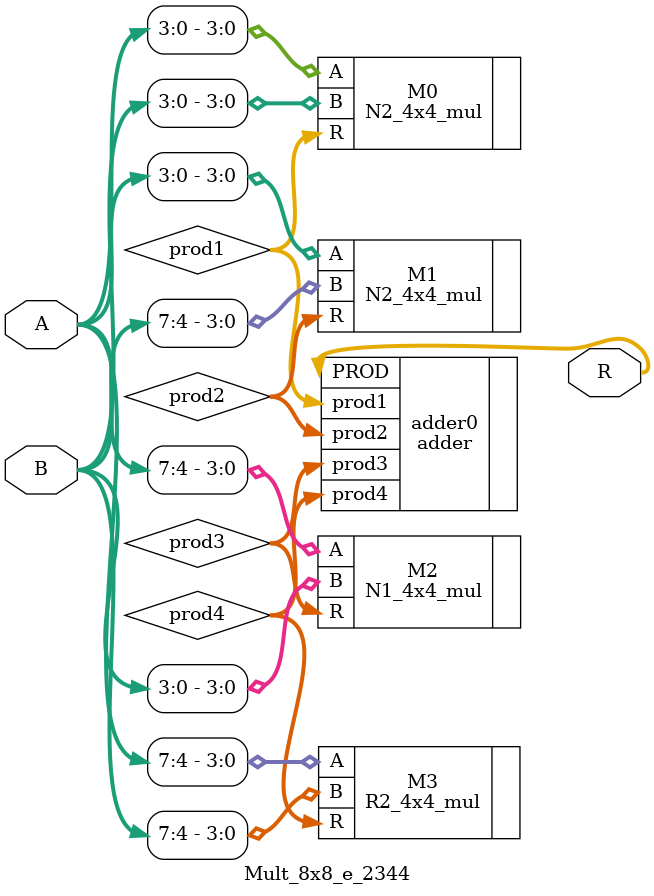
<source format=v>
module Mult_8x8_e_2344(
input [7:0] A,
input [7:0] B,
output [15:0]R
);
wire [7:0]prod1;
wire [7:0]prod2;
wire [7:0]prod3;
wire [7:0]prod4;

N2_4x4_mul M0(.A(A[3:0]),.B(B[3:0]),.R(prod1));
N2_4x4_mul M1(.A(A[3:0]),.B(B[7:4]),.R(prod2));
N1_4x4_mul M2(.A(A[7:4]),.B(B[3:0]),.R(prod3));
R2_4x4_mul M3(.A(A[7:4]),.B(B[7:4]),.R(prod4));
adder adder0(.prod1(prod1),.prod2(prod2),.prod3(prod3),.prod4(prod4),.PROD(R));
endmodule

</source>
